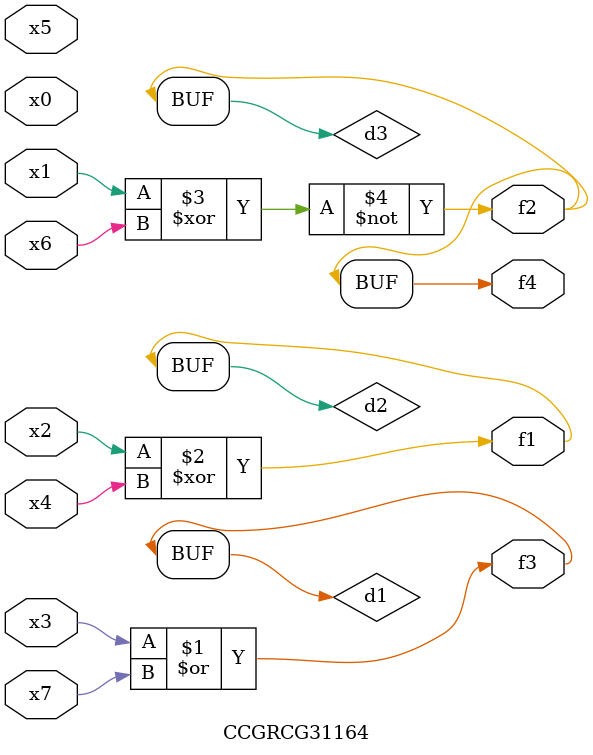
<source format=v>
module CCGRCG31164(
	input x0, x1, x2, x3, x4, x5, x6, x7,
	output f1, f2, f3, f4
);

	wire d1, d2, d3;

	or (d1, x3, x7);
	xor (d2, x2, x4);
	xnor (d3, x1, x6);
	assign f1 = d2;
	assign f2 = d3;
	assign f3 = d1;
	assign f4 = d3;
endmodule

</source>
